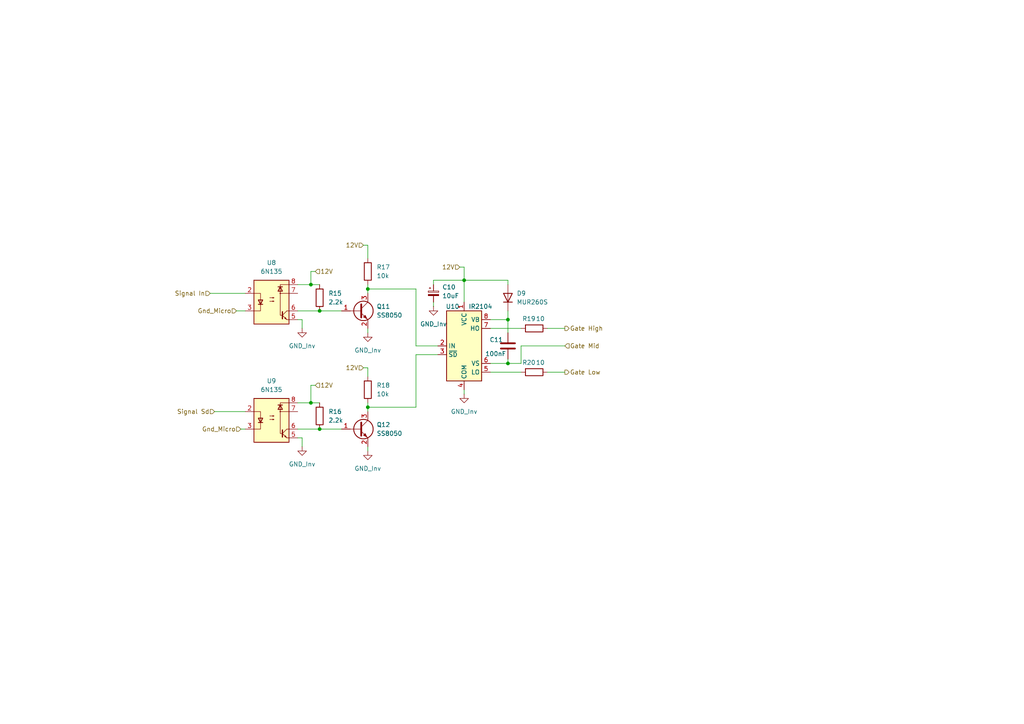
<source format=kicad_sch>
(kicad_sch
	(version 20250114)
	(generator "eeschema")
	(generator_version "9.0")
	(uuid "09419233-41f8-458a-9362-d8a2556ed016")
	(paper "A4")
	(lib_symbols
		(symbol "Device:C"
			(pin_numbers
				(hide yes)
			)
			(pin_names
				(offset 0.254)
			)
			(exclude_from_sim no)
			(in_bom yes)
			(on_board yes)
			(property "Reference" "C"
				(at 0.635 2.54 0)
				(effects
					(font
						(size 1.27 1.27)
					)
					(justify left)
				)
			)
			(property "Value" "C"
				(at 0.635 -2.54 0)
				(effects
					(font
						(size 1.27 1.27)
					)
					(justify left)
				)
			)
			(property "Footprint" ""
				(at 0.9652 -3.81 0)
				(effects
					(font
						(size 1.27 1.27)
					)
					(hide yes)
				)
			)
			(property "Datasheet" "~"
				(at 0 0 0)
				(effects
					(font
						(size 1.27 1.27)
					)
					(hide yes)
				)
			)
			(property "Description" "Unpolarized capacitor"
				(at 0 0 0)
				(effects
					(font
						(size 1.27 1.27)
					)
					(hide yes)
				)
			)
			(property "ki_keywords" "cap capacitor"
				(at 0 0 0)
				(effects
					(font
						(size 1.27 1.27)
					)
					(hide yes)
				)
			)
			(property "ki_fp_filters" "C_*"
				(at 0 0 0)
				(effects
					(font
						(size 1.27 1.27)
					)
					(hide yes)
				)
			)
			(symbol "C_0_1"
				(polyline
					(pts
						(xy -2.032 0.762) (xy 2.032 0.762)
					)
					(stroke
						(width 0.508)
						(type default)
					)
					(fill
						(type none)
					)
				)
				(polyline
					(pts
						(xy -2.032 -0.762) (xy 2.032 -0.762)
					)
					(stroke
						(width 0.508)
						(type default)
					)
					(fill
						(type none)
					)
				)
			)
			(symbol "C_1_1"
				(pin passive line
					(at 0 3.81 270)
					(length 2.794)
					(name "~"
						(effects
							(font
								(size 1.27 1.27)
							)
						)
					)
					(number "1"
						(effects
							(font
								(size 1.27 1.27)
							)
						)
					)
				)
				(pin passive line
					(at 0 -3.81 90)
					(length 2.794)
					(name "~"
						(effects
							(font
								(size 1.27 1.27)
							)
						)
					)
					(number "2"
						(effects
							(font
								(size 1.27 1.27)
							)
						)
					)
				)
			)
			(embedded_fonts no)
		)
		(symbol "Device:C_Polarized_Small"
			(pin_numbers
				(hide yes)
			)
			(pin_names
				(offset 0.254)
				(hide yes)
			)
			(exclude_from_sim no)
			(in_bom yes)
			(on_board yes)
			(property "Reference" "C"
				(at 0.254 1.778 0)
				(effects
					(font
						(size 1.27 1.27)
					)
					(justify left)
				)
			)
			(property "Value" "C_Polarized_Small"
				(at 0.254 -2.032 0)
				(effects
					(font
						(size 1.27 1.27)
					)
					(justify left)
				)
			)
			(property "Footprint" ""
				(at 0 0 0)
				(effects
					(font
						(size 1.27 1.27)
					)
					(hide yes)
				)
			)
			(property "Datasheet" "~"
				(at 0 0 0)
				(effects
					(font
						(size 1.27 1.27)
					)
					(hide yes)
				)
			)
			(property "Description" "Polarized capacitor, small symbol"
				(at 0 0 0)
				(effects
					(font
						(size 1.27 1.27)
					)
					(hide yes)
				)
			)
			(property "ki_keywords" "cap capacitor"
				(at 0 0 0)
				(effects
					(font
						(size 1.27 1.27)
					)
					(hide yes)
				)
			)
			(property "ki_fp_filters" "CP_*"
				(at 0 0 0)
				(effects
					(font
						(size 1.27 1.27)
					)
					(hide yes)
				)
			)
			(symbol "C_Polarized_Small_0_1"
				(rectangle
					(start -1.524 0.6858)
					(end 1.524 0.3048)
					(stroke
						(width 0)
						(type default)
					)
					(fill
						(type none)
					)
				)
				(rectangle
					(start -1.524 -0.3048)
					(end 1.524 -0.6858)
					(stroke
						(width 0)
						(type default)
					)
					(fill
						(type outline)
					)
				)
				(polyline
					(pts
						(xy -1.27 1.524) (xy -0.762 1.524)
					)
					(stroke
						(width 0)
						(type default)
					)
					(fill
						(type none)
					)
				)
				(polyline
					(pts
						(xy -1.016 1.27) (xy -1.016 1.778)
					)
					(stroke
						(width 0)
						(type default)
					)
					(fill
						(type none)
					)
				)
			)
			(symbol "C_Polarized_Small_1_1"
				(pin passive line
					(at 0 2.54 270)
					(length 1.8542)
					(name "~"
						(effects
							(font
								(size 1.27 1.27)
							)
						)
					)
					(number "1"
						(effects
							(font
								(size 1.27 1.27)
							)
						)
					)
				)
				(pin passive line
					(at 0 -2.54 90)
					(length 1.8542)
					(name "~"
						(effects
							(font
								(size 1.27 1.27)
							)
						)
					)
					(number "2"
						(effects
							(font
								(size 1.27 1.27)
							)
						)
					)
				)
			)
			(embedded_fonts no)
		)
		(symbol "Device:R"
			(pin_numbers
				(hide yes)
			)
			(pin_names
				(offset 0)
			)
			(exclude_from_sim no)
			(in_bom yes)
			(on_board yes)
			(property "Reference" "R"
				(at 2.032 0 90)
				(effects
					(font
						(size 1.27 1.27)
					)
				)
			)
			(property "Value" "R"
				(at 0 0 90)
				(effects
					(font
						(size 1.27 1.27)
					)
				)
			)
			(property "Footprint" ""
				(at -1.778 0 90)
				(effects
					(font
						(size 1.27 1.27)
					)
					(hide yes)
				)
			)
			(property "Datasheet" "~"
				(at 0 0 0)
				(effects
					(font
						(size 1.27 1.27)
					)
					(hide yes)
				)
			)
			(property "Description" "Resistor"
				(at 0 0 0)
				(effects
					(font
						(size 1.27 1.27)
					)
					(hide yes)
				)
			)
			(property "ki_keywords" "R res resistor"
				(at 0 0 0)
				(effects
					(font
						(size 1.27 1.27)
					)
					(hide yes)
				)
			)
			(property "ki_fp_filters" "R_*"
				(at 0 0 0)
				(effects
					(font
						(size 1.27 1.27)
					)
					(hide yes)
				)
			)
			(symbol "R_0_1"
				(rectangle
					(start -1.016 -2.54)
					(end 1.016 2.54)
					(stroke
						(width 0.254)
						(type default)
					)
					(fill
						(type none)
					)
				)
			)
			(symbol "R_1_1"
				(pin passive line
					(at 0 3.81 270)
					(length 1.27)
					(name "~"
						(effects
							(font
								(size 1.27 1.27)
							)
						)
					)
					(number "1"
						(effects
							(font
								(size 1.27 1.27)
							)
						)
					)
				)
				(pin passive line
					(at 0 -3.81 90)
					(length 1.27)
					(name "~"
						(effects
							(font
								(size 1.27 1.27)
							)
						)
					)
					(number "2"
						(effects
							(font
								(size 1.27 1.27)
							)
						)
					)
				)
			)
			(embedded_fonts no)
		)
		(symbol "Diode:1N4148WT"
			(pin_numbers
				(hide yes)
			)
			(pin_names
				(hide yes)
			)
			(exclude_from_sim no)
			(in_bom yes)
			(on_board yes)
			(property "Reference" "D"
				(at 0 2.54 0)
				(effects
					(font
						(size 1.27 1.27)
					)
				)
			)
			(property "Value" "1N4148WT"
				(at 0 -2.54 0)
				(effects
					(font
						(size 1.27 1.27)
					)
				)
			)
			(property "Footprint" "Diode_SMD:D_SOD-523"
				(at 0 -4.445 0)
				(effects
					(font
						(size 1.27 1.27)
					)
					(hide yes)
				)
			)
			(property "Datasheet" "https://www.diodes.com/assets/Datasheets/ds30396.pdf"
				(at 0 0 0)
				(effects
					(font
						(size 1.27 1.27)
					)
					(hide yes)
				)
			)
			(property "Description" "75V 0.15A Fast switching Diode, SOD-523"
				(at 0 0 0)
				(effects
					(font
						(size 1.27 1.27)
					)
					(hide yes)
				)
			)
			(property "Sim.Device" "D"
				(at 0 0 0)
				(effects
					(font
						(size 1.27 1.27)
					)
					(hide yes)
				)
			)
			(property "Sim.Pins" "1=K 2=A"
				(at 0 0 0)
				(effects
					(font
						(size 1.27 1.27)
					)
					(hide yes)
				)
			)
			(property "ki_keywords" "diode"
				(at 0 0 0)
				(effects
					(font
						(size 1.27 1.27)
					)
					(hide yes)
				)
			)
			(property "ki_fp_filters" "D*SOD?523*"
				(at 0 0 0)
				(effects
					(font
						(size 1.27 1.27)
					)
					(hide yes)
				)
			)
			(symbol "1N4148WT_0_1"
				(polyline
					(pts
						(xy -1.27 1.27) (xy -1.27 -1.27)
					)
					(stroke
						(width 0.254)
						(type default)
					)
					(fill
						(type none)
					)
				)
				(polyline
					(pts
						(xy 1.27 1.27) (xy 1.27 -1.27) (xy -1.27 0) (xy 1.27 1.27)
					)
					(stroke
						(width 0.254)
						(type default)
					)
					(fill
						(type none)
					)
				)
				(polyline
					(pts
						(xy 1.27 0) (xy -1.27 0)
					)
					(stroke
						(width 0)
						(type default)
					)
					(fill
						(type none)
					)
				)
			)
			(symbol "1N4148WT_1_1"
				(pin passive line
					(at -3.81 0 0)
					(length 2.54)
					(name "K"
						(effects
							(font
								(size 1.27 1.27)
							)
						)
					)
					(number "1"
						(effects
							(font
								(size 1.27 1.27)
							)
						)
					)
				)
				(pin passive line
					(at 3.81 0 180)
					(length 2.54)
					(name "A"
						(effects
							(font
								(size 1.27 1.27)
							)
						)
					)
					(number "2"
						(effects
							(font
								(size 1.27 1.27)
							)
						)
					)
				)
			)
			(embedded_fonts no)
		)
		(symbol "Driver_FET:IR2104"
			(exclude_from_sim no)
			(in_bom yes)
			(on_board yes)
			(property "Reference" "U"
				(at 1.27 13.335 0)
				(effects
					(font
						(size 1.27 1.27)
					)
					(justify left)
				)
			)
			(property "Value" "IR2104"
				(at 1.27 11.43 0)
				(effects
					(font
						(size 1.27 1.27)
					)
					(justify left)
				)
			)
			(property "Footprint" ""
				(at 0 0 0)
				(effects
					(font
						(size 1.27 1.27)
						(italic yes)
					)
					(hide yes)
				)
			)
			(property "Datasheet" "https://www.infineon.com/dgdl/ir2104.pdf?fileId=5546d462533600a4015355c7c1c31671"
				(at 0 0 0)
				(effects
					(font
						(size 1.27 1.27)
					)
					(hide yes)
				)
			)
			(property "Description" "Half-Bridge Driver, 600V, 210/360mA, PDIP-8/SOIC-8"
				(at 0 0 0)
				(effects
					(font
						(size 1.27 1.27)
					)
					(hide yes)
				)
			)
			(property "ki_keywords" "Gate Driver"
				(at 0 0 0)
				(effects
					(font
						(size 1.27 1.27)
					)
					(hide yes)
				)
			)
			(property "ki_fp_filters" "SOIC*3.9x4.9mm*P1.27mm* DIP*W7.62mm*"
				(at 0 0 0)
				(effects
					(font
						(size 1.27 1.27)
					)
					(hide yes)
				)
			)
			(symbol "IR2104_0_1"
				(rectangle
					(start -5.08 -10.16)
					(end 5.08 10.16)
					(stroke
						(width 0.254)
						(type default)
					)
					(fill
						(type background)
					)
				)
			)
			(symbol "IR2104_1_1"
				(pin input line
					(at -7.62 0 0)
					(length 2.54)
					(name "IN"
						(effects
							(font
								(size 1.27 1.27)
							)
						)
					)
					(number "2"
						(effects
							(font
								(size 1.27 1.27)
							)
						)
					)
				)
				(pin input line
					(at -7.62 -2.54 0)
					(length 2.54)
					(name "~{SD}"
						(effects
							(font
								(size 1.27 1.27)
							)
						)
					)
					(number "3"
						(effects
							(font
								(size 1.27 1.27)
							)
						)
					)
				)
				(pin power_in line
					(at 0 12.7 270)
					(length 2.54)
					(name "VCC"
						(effects
							(font
								(size 1.27 1.27)
							)
						)
					)
					(number "1"
						(effects
							(font
								(size 1.27 1.27)
							)
						)
					)
				)
				(pin power_in line
					(at 0 -12.7 90)
					(length 2.54)
					(name "COM"
						(effects
							(font
								(size 1.27 1.27)
							)
						)
					)
					(number "4"
						(effects
							(font
								(size 1.27 1.27)
							)
						)
					)
				)
				(pin passive line
					(at 7.62 7.62 180)
					(length 2.54)
					(name "VB"
						(effects
							(font
								(size 1.27 1.27)
							)
						)
					)
					(number "8"
						(effects
							(font
								(size 1.27 1.27)
							)
						)
					)
				)
				(pin output line
					(at 7.62 5.08 180)
					(length 2.54)
					(name "HO"
						(effects
							(font
								(size 1.27 1.27)
							)
						)
					)
					(number "7"
						(effects
							(font
								(size 1.27 1.27)
							)
						)
					)
				)
				(pin passive line
					(at 7.62 -5.08 180)
					(length 2.54)
					(name "VS"
						(effects
							(font
								(size 1.27 1.27)
							)
						)
					)
					(number "6"
						(effects
							(font
								(size 1.27 1.27)
							)
						)
					)
				)
				(pin output line
					(at 7.62 -7.62 180)
					(length 2.54)
					(name "LO"
						(effects
							(font
								(size 1.27 1.27)
							)
						)
					)
					(number "5"
						(effects
							(font
								(size 1.27 1.27)
							)
						)
					)
				)
			)
			(embedded_fonts no)
		)
		(symbol "Isolator:6N135"
			(pin_names
				(offset 1.016)
			)
			(exclude_from_sim no)
			(in_bom yes)
			(on_board yes)
			(property "Reference" "U"
				(at -5.08 7.62 0)
				(effects
					(font
						(size 1.27 1.27)
					)
					(justify left)
				)
			)
			(property "Value" "6N135"
				(at 0 7.62 0)
				(effects
					(font
						(size 1.27 1.27)
					)
					(justify left)
				)
			)
			(property "Footprint" "Package_DIP:DIP-8_W7.62mm"
				(at -5.08 -7.62 0)
				(effects
					(font
						(size 1.27 1.27)
						(italic yes)
					)
					(justify left)
					(hide yes)
				)
			)
			(property "Datasheet" "https://optoelectronics.liteon.com/upload/download/DS70-2008-0032/6N135-L%206N136-L%20series.pdf"
				(at 0 0 0)
				(effects
					(font
						(size 1.27 1.27)
					)
					(justify left)
					(hide yes)
				)
			)
			(property "Description" "High Speed Optocoupler, TTL Compatible, CTR 18%, DIP8"
				(at 0 0 0)
				(effects
					(font
						(size 1.27 1.27)
					)
					(hide yes)
				)
			)
			(property "ki_keywords" "High Speed Optocoupler"
				(at 0 0 0)
				(effects
					(font
						(size 1.27 1.27)
					)
					(hide yes)
				)
			)
			(property "ki_fp_filters" "DIP*W7.62mm*"
				(at 0 0 0)
				(effects
					(font
						(size 1.27 1.27)
					)
					(hide yes)
				)
			)
			(symbol "6N135_0_1"
				(rectangle
					(start -5.08 6.35)
					(end 5.08 -6.35)
					(stroke
						(width 0.254)
						(type default)
					)
					(fill
						(type background)
					)
				)
				(polyline
					(pts
						(xy -5.08 2.54) (xy -3.175 2.54) (xy -3.175 -2.54) (xy -5.08 -2.54)
					)
					(stroke
						(width 0)
						(type default)
					)
					(fill
						(type none)
					)
				)
				(polyline
					(pts
						(xy -3.81 -0.635) (xy -2.54 -0.635)
					)
					(stroke
						(width 0.254)
						(type default)
					)
					(fill
						(type none)
					)
				)
				(polyline
					(pts
						(xy -3.175 -0.635) (xy -3.81 0.635) (xy -2.54 0.635) (xy -3.175 -0.635)
					)
					(stroke
						(width 0.254)
						(type default)
					)
					(fill
						(type none)
					)
				)
				(polyline
					(pts
						(xy -0.508 1.27) (xy 0.762 1.27) (xy 0.381 1.143) (xy 0.381 1.397) (xy 0.762 1.27)
					)
					(stroke
						(width 0)
						(type default)
					)
					(fill
						(type none)
					)
				)
				(polyline
					(pts
						(xy -0.508 0.254) (xy 0.762 0.254) (xy 0.381 0.127) (xy 0.381 0.381) (xy 0.762 0.254)
					)
					(stroke
						(width 0)
						(type default)
					)
					(fill
						(type none)
					)
				)
				(polyline
					(pts
						(xy 1.905 4.445) (xy 3.175 4.445)
					)
					(stroke
						(width 0.254)
						(type default)
					)
					(fill
						(type none)
					)
				)
				(polyline
					(pts
						(xy 2.54 4.445) (xy 1.905 3.175) (xy 3.175 3.175) (xy 2.54 4.445)
					)
					(stroke
						(width 0.254)
						(type default)
					)
					(fill
						(type none)
					)
				)
				(circle
					(center 2.54 2.54)
					(radius 0.127)
					(stroke
						(width 0)
						(type default)
					)
					(fill
						(type none)
					)
				)
				(polyline
					(pts
						(xy 3.175 -2.794) (xy 3.175 -4.826)
					)
					(stroke
						(width 0.3556)
						(type default)
					)
					(fill
						(type none)
					)
				)
				(polyline
					(pts
						(xy 3.302 -3.683) (xy 4.445 -2.54)
					)
					(stroke
						(width 0)
						(type default)
					)
					(fill
						(type none)
					)
				)
				(polyline
					(pts
						(xy 3.302 -3.937) (xy 4.445 -5.08)
					)
					(stroke
						(width 0)
						(type default)
					)
					(fill
						(type none)
					)
				)
				(polyline
					(pts
						(xy 4.318 -4.953) (xy 4.064 -4.445) (xy 3.81 -4.699) (xy 4.318 -4.953)
					)
					(stroke
						(width 0)
						(type default)
					)
					(fill
						(type none)
					)
				)
				(polyline
					(pts
						(xy 5.08 5.08) (xy 2.54 5.08) (xy 2.54 -3.81) (xy 3.175 -3.81)
					)
					(stroke
						(width 0)
						(type default)
					)
					(fill
						(type none)
					)
				)
				(polyline
					(pts
						(xy 5.08 2.54) (xy 2.54 2.54)
					)
					(stroke
						(width 0)
						(type default)
					)
					(fill
						(type none)
					)
				)
				(polyline
					(pts
						(xy 5.08 -2.54) (xy 4.445 -2.54)
					)
					(stroke
						(width 0)
						(type default)
					)
					(fill
						(type none)
					)
				)
				(polyline
					(pts
						(xy 5.08 -5.08) (xy 4.445 -5.08)
					)
					(stroke
						(width 0)
						(type default)
					)
					(fill
						(type none)
					)
				)
			)
			(symbol "6N135_1_1"
				(pin passive line
					(at -7.62 2.54 0)
					(length 2.54)
					(name "~"
						(effects
							(font
								(size 1.27 1.27)
							)
						)
					)
					(number "2"
						(effects
							(font
								(size 1.27 1.27)
							)
						)
					)
				)
				(pin passive line
					(at -7.62 -2.54 0)
					(length 2.54)
					(name "~"
						(effects
							(font
								(size 1.27 1.27)
							)
						)
					)
					(number "3"
						(effects
							(font
								(size 1.27 1.27)
							)
						)
					)
				)
				(pin no_connect line
					(at -5.08 5.08 0)
					(length 2.54)
					(hide yes)
					(name "NC"
						(effects
							(font
								(size 1.27 1.27)
							)
						)
					)
					(number "1"
						(effects
							(font
								(size 1.27 1.27)
							)
						)
					)
				)
				(pin no_connect line
					(at -5.08 -5.08 0)
					(length 2.54)
					(hide yes)
					(name "NC"
						(effects
							(font
								(size 1.27 1.27)
							)
						)
					)
					(number "4"
						(effects
							(font
								(size 1.27 1.27)
							)
						)
					)
				)
				(pin passive line
					(at 7.62 5.08 180)
					(length 2.54)
					(name "~"
						(effects
							(font
								(size 1.27 1.27)
							)
						)
					)
					(number "8"
						(effects
							(font
								(size 1.27 1.27)
							)
						)
					)
				)
				(pin passive line
					(at 7.62 2.54 180)
					(length 2.54)
					(name "~"
						(effects
							(font
								(size 1.27 1.27)
							)
						)
					)
					(number "7"
						(effects
							(font
								(size 1.27 1.27)
							)
						)
					)
				)
				(pin passive line
					(at 7.62 -2.54 180)
					(length 2.54)
					(name "~"
						(effects
							(font
								(size 1.27 1.27)
							)
						)
					)
					(number "6"
						(effects
							(font
								(size 1.27 1.27)
							)
						)
					)
				)
				(pin passive line
					(at 7.62 -5.08 180)
					(length 2.54)
					(name "~"
						(effects
							(font
								(size 1.27 1.27)
							)
						)
					)
					(number "5"
						(effects
							(font
								(size 1.27 1.27)
							)
						)
					)
				)
			)
			(embedded_fonts no)
		)
		(symbol "Transistor_BJT:SS8050"
			(pin_names
				(offset 0)
				(hide yes)
			)
			(exclude_from_sim no)
			(in_bom yes)
			(on_board yes)
			(property "Reference" "Q"
				(at 5.08 1.905 0)
				(effects
					(font
						(size 1.27 1.27)
					)
					(justify left)
				)
			)
			(property "Value" "SS8050"
				(at 5.08 0 0)
				(effects
					(font
						(size 1.27 1.27)
					)
					(justify left)
				)
			)
			(property "Footprint" "Package_TO_SOT_SMD:SOT-23"
				(at 5.08 -7.366 0)
				(effects
					(font
						(size 1.27 1.27)
						(italic yes)
					)
					(justify left)
					(hide yes)
				)
			)
			(property "Datasheet" "http://www.secosgmbh.com/datasheet/products/SSMPTransistor/SOT-23/SS8050.pdf"
				(at 5.08 -4.826 0)
				(effects
					(font
						(size 1.27 1.27)
					)
					(justify left)
					(hide yes)
				)
			)
			(property "Description" "General Purpose NPN Transistor, 1.5A Ic, 25V Vce, SOT-23"
				(at 34.036 -2.286 0)
				(effects
					(font
						(size 1.27 1.27)
					)
					(hide yes)
				)
			)
			(property "ki_keywords" "SS8050 NPN Transistor"
				(at 0 0 0)
				(effects
					(font
						(size 1.27 1.27)
					)
					(hide yes)
				)
			)
			(property "ki_fp_filters" "SOT?23*"
				(at 0 0 0)
				(effects
					(font
						(size 1.27 1.27)
					)
					(hide yes)
				)
			)
			(symbol "SS8050_0_1"
				(polyline
					(pts
						(xy -2.54 0) (xy 0.635 0)
					)
					(stroke
						(width 0)
						(type default)
					)
					(fill
						(type none)
					)
				)
				(polyline
					(pts
						(xy 0.635 1.905) (xy 0.635 -1.905)
					)
					(stroke
						(width 0.508)
						(type default)
					)
					(fill
						(type none)
					)
				)
				(circle
					(center 1.27 0)
					(radius 2.8194)
					(stroke
						(width 0.254)
						(type default)
					)
					(fill
						(type none)
					)
				)
			)
			(symbol "SS8050_1_1"
				(polyline
					(pts
						(xy 0.635 0.635) (xy 2.54 2.54)
					)
					(stroke
						(width 0)
						(type default)
					)
					(fill
						(type none)
					)
				)
				(polyline
					(pts
						(xy 0.635 -0.635) (xy 2.54 -2.54)
					)
					(stroke
						(width 0)
						(type default)
					)
					(fill
						(type none)
					)
				)
				(polyline
					(pts
						(xy 1.27 -1.778) (xy 1.778 -1.27) (xy 2.286 -2.286) (xy 1.27 -1.778)
					)
					(stroke
						(width 0)
						(type default)
					)
					(fill
						(type outline)
					)
				)
				(pin input line
					(at -5.08 0 0)
					(length 2.54)
					(name "B"
						(effects
							(font
								(size 1.27 1.27)
							)
						)
					)
					(number "1"
						(effects
							(font
								(size 1.27 1.27)
							)
						)
					)
				)
				(pin passive line
					(at 2.54 5.08 270)
					(length 2.54)
					(name "C"
						(effects
							(font
								(size 1.27 1.27)
							)
						)
					)
					(number "3"
						(effects
							(font
								(size 1.27 1.27)
							)
						)
					)
				)
				(pin passive line
					(at 2.54 -5.08 90)
					(length 2.54)
					(name "E"
						(effects
							(font
								(size 1.27 1.27)
							)
						)
					)
					(number "2"
						(effects
							(font
								(size 1.27 1.27)
							)
						)
					)
				)
			)
			(embedded_fonts no)
		)
		(symbol "power:GND"
			(power)
			(pin_numbers
				(hide yes)
			)
			(pin_names
				(offset 0)
				(hide yes)
			)
			(exclude_from_sim no)
			(in_bom yes)
			(on_board yes)
			(property "Reference" "#PWR"
				(at 0 -6.35 0)
				(effects
					(font
						(size 1.27 1.27)
					)
					(hide yes)
				)
			)
			(property "Value" "GND"
				(at 0 -3.81 0)
				(effects
					(font
						(size 1.27 1.27)
					)
				)
			)
			(property "Footprint" ""
				(at 0 0 0)
				(effects
					(font
						(size 1.27 1.27)
					)
					(hide yes)
				)
			)
			(property "Datasheet" ""
				(at 0 0 0)
				(effects
					(font
						(size 1.27 1.27)
					)
					(hide yes)
				)
			)
			(property "Description" "Power symbol creates a global label with name \"GND\" , ground"
				(at 0 0 0)
				(effects
					(font
						(size 1.27 1.27)
					)
					(hide yes)
				)
			)
			(property "ki_keywords" "global power"
				(at 0 0 0)
				(effects
					(font
						(size 1.27 1.27)
					)
					(hide yes)
				)
			)
			(symbol "GND_0_1"
				(polyline
					(pts
						(xy 0 0) (xy 0 -1.27) (xy 1.27 -1.27) (xy 0 -2.54) (xy -1.27 -1.27) (xy 0 -1.27)
					)
					(stroke
						(width 0)
						(type default)
					)
					(fill
						(type none)
					)
				)
			)
			(symbol "GND_1_1"
				(pin power_in line
					(at 0 0 270)
					(length 0)
					(name "~"
						(effects
							(font
								(size 1.27 1.27)
							)
						)
					)
					(number "1"
						(effects
							(font
								(size 1.27 1.27)
							)
						)
					)
				)
			)
			(embedded_fonts no)
		)
	)
	(junction
		(at 147.32 92.71)
		(diameter 0)
		(color 0 0 0 0)
		(uuid "0d3f7d3b-2114-4ed3-84c8-8c6553fcdee4")
	)
	(junction
		(at 134.62 81.28)
		(diameter 0)
		(color 0 0 0 0)
		(uuid "234678cf-04d4-4971-8f57-e38a7ff44c46")
	)
	(junction
		(at 106.68 83.82)
		(diameter 0)
		(color 0 0 0 0)
		(uuid "4289e545-cf9a-4522-b90a-77d9122ea9a6")
	)
	(junction
		(at 90.17 116.84)
		(diameter 0)
		(color 0 0 0 0)
		(uuid "5542c1f0-9296-45c9-bac6-df9dccc5f42f")
	)
	(junction
		(at 90.17 82.55)
		(diameter 0)
		(color 0 0 0 0)
		(uuid "5557e443-f6f5-498a-8259-a3c33b2719e9")
	)
	(junction
		(at 92.71 90.17)
		(diameter 0)
		(color 0 0 0 0)
		(uuid "68c02a5e-73e1-402d-bba7-fe286e7841db")
	)
	(junction
		(at 92.71 124.46)
		(diameter 0)
		(color 0 0 0 0)
		(uuid "d72c064c-656f-4ce5-b6e6-8959235224be")
	)
	(junction
		(at 147.32 105.41)
		(diameter 0)
		(color 0 0 0 0)
		(uuid "db1466f7-f9ab-4efc-93aa-bad37804b89a")
	)
	(junction
		(at 106.68 118.11)
		(diameter 0)
		(color 0 0 0 0)
		(uuid "f6f55b17-7012-4857-8228-25369dfefeda")
	)
	(wire
		(pts
			(xy 86.36 92.71) (xy 87.63 92.71)
		)
		(stroke
			(width 0)
			(type default)
		)
		(uuid "02a07aa7-9626-43c8-8e5f-e201052fa47d")
	)
	(wire
		(pts
			(xy 90.17 82.55) (xy 92.71 82.55)
		)
		(stroke
			(width 0)
			(type default)
		)
		(uuid "037671fb-9970-4831-93ed-39b63c8ff97e")
	)
	(wire
		(pts
			(xy 120.65 83.82) (xy 120.65 100.33)
		)
		(stroke
			(width 0)
			(type default)
		)
		(uuid "04db7115-7326-4e80-8f5e-aec8c79ad2a1")
	)
	(wire
		(pts
			(xy 134.62 114.3) (xy 134.62 113.03)
		)
		(stroke
			(width 0)
			(type default)
		)
		(uuid "07f579b8-6147-4a00-a8ef-2b84b32d165c")
	)
	(wire
		(pts
			(xy 68.58 90.17) (xy 71.12 90.17)
		)
		(stroke
			(width 0)
			(type default)
		)
		(uuid "09882e29-4139-4d29-9f60-d420a224cdaa")
	)
	(wire
		(pts
			(xy 158.75 95.25) (xy 163.83 95.25)
		)
		(stroke
			(width 0)
			(type default)
		)
		(uuid "0f811260-04e6-4400-83bb-8afff315e651")
	)
	(wire
		(pts
			(xy 106.68 83.82) (xy 120.65 83.82)
		)
		(stroke
			(width 0)
			(type default)
		)
		(uuid "117771a1-c5cd-46c8-95f9-061eb4393c77")
	)
	(wire
		(pts
			(xy 120.65 100.33) (xy 127 100.33)
		)
		(stroke
			(width 0)
			(type default)
		)
		(uuid "1755f28f-9c2b-4176-9cbd-6a24a44b15fd")
	)
	(wire
		(pts
			(xy 147.32 92.71) (xy 147.32 96.52)
		)
		(stroke
			(width 0)
			(type default)
		)
		(uuid "2298afac-abb8-41b7-9993-f68feb1c4f9d")
	)
	(wire
		(pts
			(xy 60.96 85.09) (xy 71.12 85.09)
		)
		(stroke
			(width 0)
			(type default)
		)
		(uuid "2616021f-e7bd-4e0f-ae43-52291a6c0162")
	)
	(wire
		(pts
			(xy 147.32 105.41) (xy 151.13 105.41)
		)
		(stroke
			(width 0)
			(type default)
		)
		(uuid "2a5f08ae-8e14-4a40-b8c9-871ca8c67779")
	)
	(wire
		(pts
			(xy 142.24 107.95) (xy 151.13 107.95)
		)
		(stroke
			(width 0)
			(type default)
		)
		(uuid "2bed2c55-483c-4724-9f91-c64ed18dde43")
	)
	(wire
		(pts
			(xy 106.68 130.81) (xy 106.68 129.54)
		)
		(stroke
			(width 0)
			(type default)
		)
		(uuid "2f05d476-0841-4313-8136-b0ce24c23731")
	)
	(wire
		(pts
			(xy 106.68 83.82) (xy 106.68 85.09)
		)
		(stroke
			(width 0)
			(type default)
		)
		(uuid "30c4e607-9f2f-4f3d-9bfc-e3f68eb6c339")
	)
	(wire
		(pts
			(xy 106.68 96.52) (xy 106.68 95.25)
		)
		(stroke
			(width 0)
			(type default)
		)
		(uuid "332c2a03-9014-40b8-997b-d00a806941c9")
	)
	(wire
		(pts
			(xy 120.65 102.87) (xy 120.65 118.11)
		)
		(stroke
			(width 0)
			(type default)
		)
		(uuid "35292a50-d11d-42a7-b703-716575022755")
	)
	(wire
		(pts
			(xy 86.36 82.55) (xy 90.17 82.55)
		)
		(stroke
			(width 0)
			(type default)
		)
		(uuid "38818a70-4ac6-4fa2-a125-621c5fa0f309")
	)
	(wire
		(pts
			(xy 142.24 95.25) (xy 151.13 95.25)
		)
		(stroke
			(width 0)
			(type default)
		)
		(uuid "3c4b2992-e86c-4bed-b7a4-12a2a2eb2606")
	)
	(wire
		(pts
			(xy 90.17 116.84) (xy 92.71 116.84)
		)
		(stroke
			(width 0)
			(type default)
		)
		(uuid "403b5479-d3a1-467d-9439-fa565043ae0c")
	)
	(wire
		(pts
			(xy 125.73 81.28) (xy 134.62 81.28)
		)
		(stroke
			(width 0)
			(type default)
		)
		(uuid "40a5224a-0059-4504-8ed4-9fa290173c75")
	)
	(wire
		(pts
			(xy 106.68 71.12) (xy 105.41 71.12)
		)
		(stroke
			(width 0)
			(type default)
		)
		(uuid "446c8728-e535-47bc-9171-dfb1fb650e6c")
	)
	(wire
		(pts
			(xy 134.62 81.28) (xy 134.62 87.63)
		)
		(stroke
			(width 0)
			(type default)
		)
		(uuid "44df7c93-d068-4a6e-b191-9788319d12cc")
	)
	(wire
		(pts
			(xy 62.23 119.38) (xy 71.12 119.38)
		)
		(stroke
			(width 0)
			(type default)
		)
		(uuid "48c3c5a6-29ab-403e-87b2-d8a4a5c76554")
	)
	(wire
		(pts
			(xy 71.12 124.46) (xy 69.85 124.46)
		)
		(stroke
			(width 0)
			(type default)
		)
		(uuid "490ca669-4142-482a-9777-cff7b59efe16")
	)
	(wire
		(pts
			(xy 87.63 92.71) (xy 87.63 95.25)
		)
		(stroke
			(width 0)
			(type default)
		)
		(uuid "4d1c7da4-f4a5-4180-a0a8-257d5286eea1")
	)
	(wire
		(pts
			(xy 127 102.87) (xy 120.65 102.87)
		)
		(stroke
			(width 0)
			(type default)
		)
		(uuid "52a01b94-e041-4020-9ca8-e966f16989a5")
	)
	(wire
		(pts
			(xy 90.17 116.84) (xy 86.36 116.84)
		)
		(stroke
			(width 0)
			(type default)
		)
		(uuid "5dc48e75-9e53-4c85-9df0-ee32ef9b5405")
	)
	(wire
		(pts
			(xy 151.13 105.41) (xy 151.13 100.33)
		)
		(stroke
			(width 0)
			(type default)
		)
		(uuid "61bd03fc-bea4-4c3c-9a8b-1212664dfee4")
	)
	(wire
		(pts
			(xy 90.17 111.76) (xy 90.17 116.84)
		)
		(stroke
			(width 0)
			(type default)
		)
		(uuid "6a8984c2-9777-4470-b968-8050564425ac")
	)
	(wire
		(pts
			(xy 91.44 78.74) (xy 90.17 78.74)
		)
		(stroke
			(width 0)
			(type default)
		)
		(uuid "6b30a8ab-68a6-46e9-8c59-32fb20ef6b46")
	)
	(wire
		(pts
			(xy 134.62 77.47) (xy 134.62 81.28)
		)
		(stroke
			(width 0)
			(type default)
		)
		(uuid "6b8f5e89-b71a-4980-95b1-46eefb9a55cb")
	)
	(wire
		(pts
			(xy 86.36 127) (xy 87.63 127)
		)
		(stroke
			(width 0)
			(type default)
		)
		(uuid "7fdb510d-1f79-437b-a3c4-ae7e339b246e")
	)
	(wire
		(pts
			(xy 106.68 71.12) (xy 106.68 74.93)
		)
		(stroke
			(width 0)
			(type default)
		)
		(uuid "82e761ad-70a3-4921-b724-cd1879ad64ff")
	)
	(wire
		(pts
			(xy 134.62 77.47) (xy 133.35 77.47)
		)
		(stroke
			(width 0)
			(type default)
		)
		(uuid "83ba5b4a-b526-4e99-8c81-6fcaf27dc312")
	)
	(wire
		(pts
			(xy 125.73 82.55) (xy 125.73 81.28)
		)
		(stroke
			(width 0)
			(type default)
		)
		(uuid "8903305a-1953-4960-87c7-698b64010230")
	)
	(wire
		(pts
			(xy 158.75 107.95) (xy 163.83 107.95)
		)
		(stroke
			(width 0)
			(type default)
		)
		(uuid "8ffefaf9-3ee1-427a-acee-5c546e75579d")
	)
	(wire
		(pts
			(xy 92.71 124.46) (xy 99.06 124.46)
		)
		(stroke
			(width 0)
			(type default)
		)
		(uuid "952aa72d-0ff2-4303-9d71-0ce0201f035f")
	)
	(wire
		(pts
			(xy 147.32 104.14) (xy 147.32 105.41)
		)
		(stroke
			(width 0)
			(type default)
		)
		(uuid "a1febe85-d2f9-4df9-a401-dce74f59017e")
	)
	(wire
		(pts
			(xy 151.13 100.33) (xy 163.83 100.33)
		)
		(stroke
			(width 0)
			(type default)
		)
		(uuid "a971fc27-bdec-467f-ac57-939f992861a9")
	)
	(wire
		(pts
			(xy 90.17 78.74) (xy 90.17 82.55)
		)
		(stroke
			(width 0)
			(type default)
		)
		(uuid "ad0b2393-47ae-4466-a6c0-4135a01a419a")
	)
	(wire
		(pts
			(xy 120.65 118.11) (xy 106.68 118.11)
		)
		(stroke
			(width 0)
			(type default)
		)
		(uuid "b3bfff6a-0d5d-469b-9dda-3f9d8b391a03")
	)
	(wire
		(pts
			(xy 106.68 82.55) (xy 106.68 83.82)
		)
		(stroke
			(width 0)
			(type default)
		)
		(uuid "b454f589-8c26-4f7a-ab0e-f68f18458c84")
	)
	(wire
		(pts
			(xy 91.44 111.76) (xy 90.17 111.76)
		)
		(stroke
			(width 0)
			(type default)
		)
		(uuid "bbc86296-b1df-406b-ba2d-7c7ae9a1f41b")
	)
	(wire
		(pts
			(xy 87.63 127) (xy 87.63 129.54)
		)
		(stroke
			(width 0)
			(type default)
		)
		(uuid "c447d0ac-59fd-47be-b88f-2ce8c05b092f")
	)
	(wire
		(pts
			(xy 125.73 88.9) (xy 125.73 87.63)
		)
		(stroke
			(width 0)
			(type default)
		)
		(uuid "caa0e7bf-8531-4451-83ab-731e5870e9e5")
	)
	(wire
		(pts
			(xy 106.68 106.68) (xy 106.68 109.22)
		)
		(stroke
			(width 0)
			(type default)
		)
		(uuid "ce3b292a-12ab-44c8-9db8-fc894c944b04")
	)
	(wire
		(pts
			(xy 147.32 81.28) (xy 147.32 82.55)
		)
		(stroke
			(width 0)
			(type default)
		)
		(uuid "d73d542b-49ac-4a80-b550-f6891d9c67e0")
	)
	(wire
		(pts
			(xy 147.32 90.17) (xy 147.32 92.71)
		)
		(stroke
			(width 0)
			(type default)
		)
		(uuid "d7c55ce5-40db-4366-8b8a-6eadec0b319b")
	)
	(wire
		(pts
			(xy 106.68 118.11) (xy 106.68 119.38)
		)
		(stroke
			(width 0)
			(type default)
		)
		(uuid "d919bba5-49e1-4009-a56a-de32218baf89")
	)
	(wire
		(pts
			(xy 142.24 92.71) (xy 147.32 92.71)
		)
		(stroke
			(width 0)
			(type default)
		)
		(uuid "de7bd98b-9679-4f91-bbdd-bc0ddabd010d")
	)
	(wire
		(pts
			(xy 86.36 124.46) (xy 92.71 124.46)
		)
		(stroke
			(width 0)
			(type default)
		)
		(uuid "df532fa7-2524-4cde-999e-299acf0ac5d7")
	)
	(wire
		(pts
			(xy 134.62 81.28) (xy 147.32 81.28)
		)
		(stroke
			(width 0)
			(type default)
		)
		(uuid "e429bc32-99b4-4773-b47e-c35812101e71")
	)
	(wire
		(pts
			(xy 86.36 90.17) (xy 92.71 90.17)
		)
		(stroke
			(width 0)
			(type default)
		)
		(uuid "e8b2ca07-e27d-4a40-b29a-5c7378a80b38")
	)
	(wire
		(pts
			(xy 105.41 106.68) (xy 106.68 106.68)
		)
		(stroke
			(width 0)
			(type default)
		)
		(uuid "eb365b98-52f5-445e-9db1-dcc3c749409b")
	)
	(wire
		(pts
			(xy 142.24 105.41) (xy 147.32 105.41)
		)
		(stroke
			(width 0)
			(type default)
		)
		(uuid "ef1ff433-4919-4dc0-8299-051e787ecc86")
	)
	(wire
		(pts
			(xy 106.68 116.84) (xy 106.68 118.11)
		)
		(stroke
			(width 0)
			(type default)
		)
		(uuid "f353235d-fa00-4328-8517-5f9a2a15213e")
	)
	(wire
		(pts
			(xy 92.71 90.17) (xy 99.06 90.17)
		)
		(stroke
			(width 0)
			(type default)
		)
		(uuid "f8de98ba-916c-4ee7-93d2-6b3780f9e504")
	)
	(hierarchical_label "Gnd_Micro"
		(shape input)
		(at 68.58 90.17 180)
		(effects
			(font
				(size 1.27 1.27)
			)
			(justify right)
		)
		(uuid "021ee2e5-fddd-423e-af36-5bd3d9ab37b1")
	)
	(hierarchical_label "Signal Sd"
		(shape input)
		(at 62.23 119.38 180)
		(effects
			(font
				(size 1.27 1.27)
			)
			(justify right)
		)
		(uuid "188a3d79-e36b-4793-a82e-b4343ba07bf2")
	)
	(hierarchical_label "12V"
		(shape input)
		(at 105.41 71.12 180)
		(effects
			(font
				(size 1.27 1.27)
			)
			(justify right)
		)
		(uuid "1b988a2a-888d-48f6-84f2-ca88ce052389")
	)
	(hierarchical_label "12V"
		(shape input)
		(at 133.35 77.47 180)
		(effects
			(font
				(size 1.27 1.27)
			)
			(justify right)
		)
		(uuid "24ebb95f-7c0e-4af2-8e75-5fa9fd4b1337")
	)
	(hierarchical_label "Gate Low"
		(shape output)
		(at 163.83 107.95 0)
		(effects
			(font
				(size 1.27 1.27)
			)
			(justify left)
		)
		(uuid "27bd9d53-9495-4fe6-90cf-27aca7282b74")
	)
	(hierarchical_label "12V"
		(shape input)
		(at 91.44 78.74 0)
		(effects
			(font
				(size 1.27 1.27)
			)
			(justify left)
		)
		(uuid "359419e1-6d95-47f9-a159-cfc60c910d9a")
	)
	(hierarchical_label "12V"
		(shape input)
		(at 105.41 106.68 180)
		(effects
			(font
				(size 1.27 1.27)
			)
			(justify right)
		)
		(uuid "7ddff81f-6cad-4937-a8dd-4ce09249e6f9")
	)
	(hierarchical_label "Gate High"
		(shape output)
		(at 163.83 95.25 0)
		(effects
			(font
				(size 1.27 1.27)
			)
			(justify left)
		)
		(uuid "90bf7bfc-dc13-4cd2-9212-02e558bf795f")
	)
	(hierarchical_label "Signal In"
		(shape input)
		(at 60.96 85.09 180)
		(effects
			(font
				(size 1.27 1.27)
			)
			(justify right)
		)
		(uuid "d0e93e2d-9e1e-458a-8281-05304d3c0e19")
	)
	(hierarchical_label "12V"
		(shape input)
		(at 91.44 111.76 0)
		(effects
			(font
				(size 1.27 1.27)
			)
			(justify left)
		)
		(uuid "dd687d36-a110-4ed2-bd38-e1fc41dcf0a2")
	)
	(hierarchical_label "Gnd_Micro"
		(shape input)
		(at 69.85 124.46 180)
		(effects
			(font
				(size 1.27 1.27)
			)
			(justify right)
		)
		(uuid "e2b49ed6-c41f-4e4a-a32b-5bf2fcf7e1d7")
	)
	(hierarchical_label "Gate Mid"
		(shape input)
		(at 163.83 100.33 0)
		(effects
			(font
				(size 1.27 1.27)
			)
			(justify left)
		)
		(uuid "f1136ebc-0ff4-4491-9a3e-b2e8aaa71c51")
	)
	(symbol
		(lib_id "Device:R")
		(at 92.71 86.36 0)
		(unit 1)
		(exclude_from_sim no)
		(in_bom yes)
		(on_board yes)
		(dnp no)
		(fields_autoplaced yes)
		(uuid "0bb9bc94-522a-46df-8fd7-c63b3f21c88c")
		(property "Reference" "R3"
			(at 95.25 85.0899 0)
			(effects
				(font
					(size 1.27 1.27)
				)
				(justify left)
			)
		)
		(property "Value" "2.2k"
			(at 95.25 87.6299 0)
			(effects
				(font
					(size 1.27 1.27)
				)
				(justify left)
			)
		)
		(property "Footprint" "Resistor_SMD:R_0603_1608Metric_Pad0.98x0.95mm_HandSolder"
			(at 90.932 86.36 90)
			(effects
				(font
					(size 1.27 1.27)
				)
				(hide yes)
			)
		)
		(property "Datasheet" "~"
			(at 92.71 86.36 0)
			(effects
				(font
					(size 1.27 1.27)
				)
				(hide yes)
			)
		)
		(property "Description" "Resistor"
			(at 92.71 86.36 0)
			(effects
				(font
					(size 1.27 1.27)
				)
				(hide yes)
			)
		)
		(pin "1"
			(uuid "1519d6a9-612e-4663-91f2-9cf9a2e6e4da")
		)
		(pin "2"
			(uuid "68648812-88f2-4cd5-bca4-de47c2423dac")
		)
		(instances
			(project "VFD_V1"
				(path "/e60c11d9-ab9e-4760-a4a7-008fcec65a72/628f2f61-6f1b-4d29-a612-5c194d35f65c/2f964016-85af-47f1-9867-2cb7a80770d3"
					(reference "R15")
					(unit 1)
				)
				(path "/e60c11d9-ab9e-4760-a4a7-008fcec65a72/628f2f61-6f1b-4d29-a612-5c194d35f65c/34c61ed3-ecc5-4115-9542-7ec7a8a657d2"
					(reference "R3")
					(unit 1)
				)
				(path "/e60c11d9-ab9e-4760-a4a7-008fcec65a72/628f2f61-6f1b-4d29-a612-5c194d35f65c/545da1d2-e771-463e-8547-1dd82d3a849d"
					(reference "R9")
					(unit 1)
				)
			)
		)
	)
	(symbol
		(lib_id "power:GND")
		(at 106.68 96.52 0)
		(unit 1)
		(exclude_from_sim no)
		(in_bom yes)
		(on_board yes)
		(dnp no)
		(fields_autoplaced yes)
		(uuid "0e55f357-4238-4e9c-8fe8-bd66b9dfffb6")
		(property "Reference" "#PWR019"
			(at 106.68 102.87 0)
			(effects
				(font
					(size 1.27 1.27)
				)
				(hide yes)
			)
		)
		(property "Value" "GND_Inv"
			(at 106.68 101.6 0)
			(effects
				(font
					(size 1.27 1.27)
				)
			)
		)
		(property "Footprint" ""
			(at 106.68 96.52 0)
			(effects
				(font
					(size 1.27 1.27)
				)
				(hide yes)
			)
		)
		(property "Datasheet" ""
			(at 106.68 96.52 0)
			(effects
				(font
					(size 1.27 1.27)
				)
				(hide yes)
			)
		)
		(property "Description" "Power symbol creates a global label with name \"GND\" , ground"
			(at 106.68 96.52 0)
			(effects
				(font
					(size 1.27 1.27)
				)
				(hide yes)
			)
		)
		(pin "1"
			(uuid "ee1d489f-7e06-4f00-9fc7-37d19735278a")
		)
		(instances
			(project "VFD_V1"
				(path "/e60c11d9-ab9e-4760-a4a7-008fcec65a72/628f2f61-6f1b-4d29-a612-5c194d35f65c/2f964016-85af-47f1-9867-2cb7a80770d3"
					(reference "#PWR031")
					(unit 1)
				)
				(path "/e60c11d9-ab9e-4760-a4a7-008fcec65a72/628f2f61-6f1b-4d29-a612-5c194d35f65c/34c61ed3-ecc5-4115-9542-7ec7a8a657d2"
					(reference "#PWR019")
					(unit 1)
				)
				(path "/e60c11d9-ab9e-4760-a4a7-008fcec65a72/628f2f61-6f1b-4d29-a612-5c194d35f65c/545da1d2-e771-463e-8547-1dd82d3a849d"
					(reference "#PWR025")
					(unit 1)
				)
			)
		)
	)
	(symbol
		(lib_id "Device:R")
		(at 106.68 78.74 0)
		(unit 1)
		(exclude_from_sim no)
		(in_bom yes)
		(on_board yes)
		(dnp no)
		(fields_autoplaced yes)
		(uuid "16bac253-697b-493d-b9b4-7e0dce4faafc")
		(property "Reference" "R5"
			(at 109.22 77.4699 0)
			(effects
				(font
					(size 1.27 1.27)
				)
				(justify left)
			)
		)
		(property "Value" "10k"
			(at 109.22 80.0099 0)
			(effects
				(font
					(size 1.27 1.27)
				)
				(justify left)
			)
		)
		(property "Footprint" "Resistor_SMD:R_0603_1608Metric_Pad0.98x0.95mm_HandSolder"
			(at 104.902 78.74 90)
			(effects
				(font
					(size 1.27 1.27)
				)
				(hide yes)
			)
		)
		(property "Datasheet" "~"
			(at 106.68 78.74 0)
			(effects
				(font
					(size 1.27 1.27)
				)
				(hide yes)
			)
		)
		(property "Description" "Resistor"
			(at 106.68 78.74 0)
			(effects
				(font
					(size 1.27 1.27)
				)
				(hide yes)
			)
		)
		(pin "1"
			(uuid "028b2368-66c1-4b40-8bc6-a5c276647cec")
		)
		(pin "2"
			(uuid "adfe3b28-068b-4e08-b29b-7c73f68babac")
		)
		(instances
			(project "VFD_V1"
				(path "/e60c11d9-ab9e-4760-a4a7-008fcec65a72/628f2f61-6f1b-4d29-a612-5c194d35f65c/2f964016-85af-47f1-9867-2cb7a80770d3"
					(reference "R17")
					(unit 1)
				)
				(path "/e60c11d9-ab9e-4760-a4a7-008fcec65a72/628f2f61-6f1b-4d29-a612-5c194d35f65c/34c61ed3-ecc5-4115-9542-7ec7a8a657d2"
					(reference "R5")
					(unit 1)
				)
				(path "/e60c11d9-ab9e-4760-a4a7-008fcec65a72/628f2f61-6f1b-4d29-a612-5c194d35f65c/545da1d2-e771-463e-8547-1dd82d3a849d"
					(reference "R11")
					(unit 1)
				)
			)
		)
	)
	(symbol
		(lib_id "Isolator:6N135")
		(at 78.74 87.63 0)
		(unit 1)
		(exclude_from_sim no)
		(in_bom yes)
		(on_board yes)
		(dnp no)
		(fields_autoplaced yes)
		(uuid "1a4186e2-0d8d-434a-a51f-51a7e4f90170")
		(property "Reference" "U2"
			(at 78.74 76.2 0)
			(effects
				(font
					(size 1.27 1.27)
				)
			)
		)
		(property "Value" "6N135"
			(at 78.74 78.74 0)
			(effects
				(font
					(size 1.27 1.27)
				)
			)
		)
		(property "Footprint" "Package_SO:SOP-8_6.62x9.15mm_P2.54mm"
			(at 73.66 95.25 0)
			(effects
				(font
					(size 1.27 1.27)
					(italic yes)
				)
				(justify left)
				(hide yes)
			)
		)
		(property "Datasheet" "https://optoelectronics.liteon.com/upload/download/DS70-2008-0032/6N135-L%206N136-L%20series.pdf"
			(at 78.74 87.63 0)
			(effects
				(font
					(size 1.27 1.27)
				)
				(justify left)
				(hide yes)
			)
		)
		(property "Description" "High Speed Optocoupler, TTL Compatible, CTR 18%, DIP8"
			(at 78.74 87.63 0)
			(effects
				(font
					(size 1.27 1.27)
				)
				(hide yes)
			)
		)
		(pin "6"
			(uuid "a17880c6-a2c6-41cf-8ab5-a341469c6dc4")
		)
		(pin "2"
			(uuid "d376cb8b-ad78-4d0d-8059-59d4c82c0b1c")
		)
		(pin "4"
			(uuid "d4920757-2819-4ebb-ae95-bdec2f718dd6")
		)
		(pin "3"
			(uuid "02f6483c-3f7d-4aa3-a8e4-d525921cedef")
		)
		(pin "8"
			(uuid "5939c442-f824-4f6a-8348-ee289f74007f")
		)
		(pin "1"
			(uuid "17c487e4-82b0-4f5f-ae82-e4f46dc16998")
		)
		(pin "7"
			(uuid "0e108705-1919-491c-843b-58a5bedfe93f")
		)
		(pin "5"
			(uuid "3af52804-3a8b-4dfb-820b-6dd7b71b8701")
		)
		(instances
			(project "VFD_V1"
				(path "/e60c11d9-ab9e-4760-a4a7-008fcec65a72/628f2f61-6f1b-4d29-a612-5c194d35f65c/2f964016-85af-47f1-9867-2cb7a80770d3"
					(reference "U8")
					(unit 1)
				)
				(path "/e60c11d9-ab9e-4760-a4a7-008fcec65a72/628f2f61-6f1b-4d29-a612-5c194d35f65c/34c61ed3-ecc5-4115-9542-7ec7a8a657d2"
					(reference "U2")
					(unit 1)
				)
				(path "/e60c11d9-ab9e-4760-a4a7-008fcec65a72/628f2f61-6f1b-4d29-a612-5c194d35f65c/545da1d2-e771-463e-8547-1dd82d3a849d"
					(reference "U5")
					(unit 1)
				)
			)
		)
	)
	(symbol
		(lib_id "Transistor_BJT:SS8050")
		(at 104.14 90.17 0)
		(unit 1)
		(exclude_from_sim no)
		(in_bom yes)
		(on_board yes)
		(dnp no)
		(fields_autoplaced yes)
		(uuid "3a194d10-8518-41a4-a395-7cf6c1dab28e")
		(property "Reference" "Q7"
			(at 109.22 88.8999 0)
			(effects
				(font
					(size 1.27 1.27)
				)
				(justify left)
			)
		)
		(property "Value" "SS8050"
			(at 109.22 91.4399 0)
			(effects
				(font
					(size 1.27 1.27)
				)
				(justify left)
			)
		)
		(property "Footprint" "Package_TO_SOT_SMD:SOT-23"
			(at 109.22 97.536 0)
			(effects
				(font
					(size 1.27 1.27)
					(italic yes)
				)
				(justify left)
				(hide yes)
			)
		)
		(property "Datasheet" "http://www.secosgmbh.com/datasheet/products/SSMPTransistor/SOT-23/SS8050.pdf"
			(at 109.22 94.996 0)
			(effects
				(font
					(size 1.27 1.27)
				)
				(justify left)
				(hide yes)
			)
		)
		(property "Description" "General Purpose NPN Transistor, 1.5A Ic, 25V Vce, SOT-23"
			(at 138.176 92.456 0)
			(effects
				(font
					(size 1.27 1.27)
				)
				(hide yes)
			)
		)
		(pin "2"
			(uuid "3c527ee6-debe-4723-8bd6-97e55915bad9")
		)
		(pin "3"
			(uuid "06653f72-0dcb-424a-8873-115a2766ee79")
		)
		(pin "1"
			(uuid "598a9e7c-a574-45b3-9b5d-9971ccdeaf8e")
		)
		(instances
			(project "VFD_V1"
				(path "/e60c11d9-ab9e-4760-a4a7-008fcec65a72/628f2f61-6f1b-4d29-a612-5c194d35f65c/2f964016-85af-47f1-9867-2cb7a80770d3"
					(reference "Q11")
					(unit 1)
				)
				(path "/e60c11d9-ab9e-4760-a4a7-008fcec65a72/628f2f61-6f1b-4d29-a612-5c194d35f65c/34c61ed3-ecc5-4115-9542-7ec7a8a657d2"
					(reference "Q7")
					(unit 1)
				)
				(path "/e60c11d9-ab9e-4760-a4a7-008fcec65a72/628f2f61-6f1b-4d29-a612-5c194d35f65c/545da1d2-e771-463e-8547-1dd82d3a849d"
					(reference "Q9")
					(unit 1)
				)
			)
		)
	)
	(symbol
		(lib_id "Device:R")
		(at 106.68 113.03 0)
		(unit 1)
		(exclude_from_sim no)
		(in_bom yes)
		(on_board yes)
		(dnp no)
		(fields_autoplaced yes)
		(uuid "4f6910fe-5c64-4d5f-b1f7-490a29b8690a")
		(property "Reference" "R6"
			(at 109.22 111.7599 0)
			(effects
				(font
					(size 1.27 1.27)
				)
				(justify left)
			)
		)
		(property "Value" "10k"
			(at 109.22 114.2999 0)
			(effects
				(font
					(size 1.27 1.27)
				)
				(justify left)
			)
		)
		(property "Footprint" "Resistor_SMD:R_0603_1608Metric_Pad0.98x0.95mm_HandSolder"
			(at 104.902 113.03 90)
			(effects
				(font
					(size 1.27 1.27)
				)
				(hide yes)
			)
		)
		(property "Datasheet" "~"
			(at 106.68 113.03 0)
			(effects
				(font
					(size 1.27 1.27)
				)
				(hide yes)
			)
		)
		(property "Description" "Resistor"
			(at 106.68 113.03 0)
			(effects
				(font
					(size 1.27 1.27)
				)
				(hide yes)
			)
		)
		(pin "1"
			(uuid "95541734-f747-41c7-b61e-6d5ad6edd5fd")
		)
		(pin "2"
			(uuid "f579c18e-f0a4-43cc-9dff-2f2224ca02a1")
		)
		(instances
			(project "VFD_V1"
				(path "/e60c11d9-ab9e-4760-a4a7-008fcec65a72/628f2f61-6f1b-4d29-a612-5c194d35f65c/2f964016-85af-47f1-9867-2cb7a80770d3"
					(reference "R18")
					(unit 1)
				)
				(path "/e60c11d9-ab9e-4760-a4a7-008fcec65a72/628f2f61-6f1b-4d29-a612-5c194d35f65c/34c61ed3-ecc5-4115-9542-7ec7a8a657d2"
					(reference "R6")
					(unit 1)
				)
				(path "/e60c11d9-ab9e-4760-a4a7-008fcec65a72/628f2f61-6f1b-4d29-a612-5c194d35f65c/545da1d2-e771-463e-8547-1dd82d3a849d"
					(reference "R12")
					(unit 1)
				)
			)
		)
	)
	(symbol
		(lib_id "power:GND")
		(at 106.68 130.81 0)
		(unit 1)
		(exclude_from_sim no)
		(in_bom yes)
		(on_board yes)
		(dnp no)
		(fields_autoplaced yes)
		(uuid "538ec143-9a1f-4172-8e94-8f729ec8e187")
		(property "Reference" "#PWR020"
			(at 106.68 137.16 0)
			(effects
				(font
					(size 1.27 1.27)
				)
				(hide yes)
			)
		)
		(property "Value" "GND_Inv"
			(at 106.68 135.89 0)
			(effects
				(font
					(size 1.27 1.27)
				)
			)
		)
		(property "Footprint" ""
			(at 106.68 130.81 0)
			(effects
				(font
					(size 1.27 1.27)
				)
				(hide yes)
			)
		)
		(property "Datasheet" ""
			(at 106.68 130.81 0)
			(effects
				(font
					(size 1.27 1.27)
				)
				(hide yes)
			)
		)
		(property "Description" "Power symbol creates a global label with name \"GND\" , ground"
			(at 106.68 130.81 0)
			(effects
				(font
					(size 1.27 1.27)
				)
				(hide yes)
			)
		)
		(pin "1"
			(uuid "10af14de-798f-41c7-842f-5946ed48962e")
		)
		(instances
			(project "VFD_V1"
				(path "/e60c11d9-ab9e-4760-a4a7-008fcec65a72/628f2f61-6f1b-4d29-a612-5c194d35f65c/2f964016-85af-47f1-9867-2cb7a80770d3"
					(reference "#PWR032")
					(unit 1)
				)
				(path "/e60c11d9-ab9e-4760-a4a7-008fcec65a72/628f2f61-6f1b-4d29-a612-5c194d35f65c/34c61ed3-ecc5-4115-9542-7ec7a8a657d2"
					(reference "#PWR020")
					(unit 1)
				)
				(path "/e60c11d9-ab9e-4760-a4a7-008fcec65a72/628f2f61-6f1b-4d29-a612-5c194d35f65c/545da1d2-e771-463e-8547-1dd82d3a849d"
					(reference "#PWR026")
					(unit 1)
				)
			)
		)
	)
	(symbol
		(lib_id "Driver_FET:IR2104")
		(at 134.62 100.33 0)
		(unit 1)
		(exclude_from_sim no)
		(in_bom yes)
		(on_board yes)
		(dnp no)
		(uuid "60343851-9b6a-470c-977d-ab2c3bcaa002")
		(property "Reference" "U4"
			(at 129.286 88.9 0)
			(effects
				(font
					(size 1.27 1.27)
				)
				(justify left)
			)
		)
		(property "Value" "IR2104"
			(at 135.89 88.9 0)
			(effects
				(font
					(size 1.27 1.27)
				)
				(justify left)
			)
		)
		(property "Footprint" "Package_SO:SOIC-8_3.9x4.9mm_P1.27mm"
			(at 134.62 100.33 0)
			(effects
				(font
					(size 1.27 1.27)
					(italic yes)
				)
				(hide yes)
			)
		)
		(property "Datasheet" "https://www.infineon.com/dgdl/ir2104.pdf?fileId=5546d462533600a4015355c7c1c31671"
			(at 134.62 100.33 0)
			(effects
				(font
					(size 1.27 1.27)
				)
				(hide yes)
			)
		)
		(property "Description" "Half-Bridge Driver, 600V, 210/360mA, PDIP-8/SOIC-8"
			(at 134.62 100.33 0)
			(effects
				(font
					(size 1.27 1.27)
				)
				(hide yes)
			)
		)
		(pin "6"
			(uuid "65d0a9c6-2c3c-41e0-b573-0005067b4fe4")
		)
		(pin "5"
			(uuid "499c2e2e-b7fa-47c3-b02b-af2e443d3194")
		)
		(pin "3"
			(uuid "b1c6764e-2ece-4b58-ac0a-ce698bc536ce")
		)
		(pin "1"
			(uuid "509307c2-027a-4691-a006-ba607b906b1a")
		)
		(pin "8"
			(uuid "97c96b6e-1bfe-4248-8e1a-baf180ec4c98")
		)
		(pin "2"
			(uuid "be136945-50d3-4ed1-972d-90b4ed2374be")
		)
		(pin "4"
			(uuid "d308bed9-ac68-4cde-81c1-0fcf334f6001")
		)
		(pin "7"
			(uuid "566bab71-1336-4cdc-b41b-7e65fec12535")
		)
		(instances
			(project "VFD_V1"
				(path "/e60c11d9-ab9e-4760-a4a7-008fcec65a72/628f2f61-6f1b-4d29-a612-5c194d35f65c/2f964016-85af-47f1-9867-2cb7a80770d3"
					(reference "U10")
					(unit 1)
				)
				(path "/e60c11d9-ab9e-4760-a4a7-008fcec65a72/628f2f61-6f1b-4d29-a612-5c194d35f65c/34c61ed3-ecc5-4115-9542-7ec7a8a657d2"
					(reference "U4")
					(unit 1)
				)
				(path "/e60c11d9-ab9e-4760-a4a7-008fcec65a72/628f2f61-6f1b-4d29-a612-5c194d35f65c/545da1d2-e771-463e-8547-1dd82d3a849d"
					(reference "U7")
					(unit 1)
				)
			)
		)
	)
	(symbol
		(lib_id "Device:R")
		(at 154.94 95.25 90)
		(unit 1)
		(exclude_from_sim no)
		(in_bom yes)
		(on_board yes)
		(dnp no)
		(uuid "67ebfb96-7cf3-4a71-abda-e5b56d884bbe")
		(property "Reference" "R7"
			(at 153.416 92.456 90)
			(effects
				(font
					(size 1.27 1.27)
				)
			)
		)
		(property "Value" "10"
			(at 156.718 92.456 90)
			(effects
				(font
					(size 1.27 1.27)
				)
			)
		)
		(property "Footprint" "Resistor_SMD:R_0603_1608Metric_Pad0.98x0.95mm_HandSolder"
			(at 154.94 97.028 90)
			(effects
				(font
					(size 1.27 1.27)
				)
				(hide yes)
			)
		)
		(property "Datasheet" "~"
			(at 154.94 95.25 0)
			(effects
				(font
					(size 1.27 1.27)
				)
				(hide yes)
			)
		)
		(property "Description" "Resistor"
			(at 154.94 95.25 0)
			(effects
				(font
					(size 1.27 1.27)
				)
				(hide yes)
			)
		)
		(pin "1"
			(uuid "6095b607-90ee-43f3-9216-76ef13a25ec1")
		)
		(pin "2"
			(uuid "e3cf0ae6-f004-49f0-aa04-78c616cd89d1")
		)
		(instances
			(project "VFD_V1"
				(path "/e60c11d9-ab9e-4760-a4a7-008fcec65a72/628f2f61-6f1b-4d29-a612-5c194d35f65c/2f964016-85af-47f1-9867-2cb7a80770d3"
					(reference "R19")
					(unit 1)
				)
				(path "/e60c11d9-ab9e-4760-a4a7-008fcec65a72/628f2f61-6f1b-4d29-a612-5c194d35f65c/34c61ed3-ecc5-4115-9542-7ec7a8a657d2"
					(reference "R7")
					(unit 1)
				)
				(path "/e60c11d9-ab9e-4760-a4a7-008fcec65a72/628f2f61-6f1b-4d29-a612-5c194d35f65c/545da1d2-e771-463e-8547-1dd82d3a849d"
					(reference "R13")
					(unit 1)
				)
			)
		)
	)
	(symbol
		(lib_id "Isolator:6N135")
		(at 78.74 121.92 0)
		(unit 1)
		(exclude_from_sim no)
		(in_bom yes)
		(on_board yes)
		(dnp no)
		(fields_autoplaced yes)
		(uuid "6de4a8fb-c44c-4026-a055-fdf5d4833906")
		(property "Reference" "U3"
			(at 78.74 110.49 0)
			(effects
				(font
					(size 1.27 1.27)
				)
			)
		)
		(property "Value" "6N135"
			(at 78.74 113.03 0)
			(effects
				(font
					(size 1.27 1.27)
				)
			)
		)
		(property "Footprint" "Package_SO:SOP-8_6.62x9.15mm_P2.54mm"
			(at 73.66 129.54 0)
			(effects
				(font
					(size 1.27 1.27)
					(italic yes)
				)
				(justify left)
				(hide yes)
			)
		)
		(property "Datasheet" "https://optoelectronics.liteon.com/upload/download/DS70-2008-0032/6N135-L%206N136-L%20series.pdf"
			(at 78.74 121.92 0)
			(effects
				(font
					(size 1.27 1.27)
				)
				(justify left)
				(hide yes)
			)
		)
		(property "Description" "High Speed Optocoupler, TTL Compatible, CTR 18%, DIP8"
			(at 78.74 121.92 0)
			(effects
				(font
					(size 1.27 1.27)
				)
				(hide yes)
			)
		)
		(pin "6"
			(uuid "317d1f62-df54-41bd-8790-254303b33f0f")
		)
		(pin "2"
			(uuid "583ab8b1-e440-4b8e-a7b4-541440c9f1d1")
		)
		(pin "4"
			(uuid "c4331473-0db9-4063-b25e-56713b776d1b")
		)
		(pin "3"
			(uuid "fba78bd1-375b-41b6-9b4c-a06567fb57ce")
		)
		(pin "8"
			(uuid "d668a893-989c-456f-b7b8-63b792b7cb73")
		)
		(pin "1"
			(uuid "36fbdbd2-a553-4a1d-90ed-ad9587fda0c5")
		)
		(pin "7"
			(uuid "95176001-d5c3-499f-9470-f63356182ee0")
		)
		(pin "5"
			(uuid "b725335f-f586-444e-944f-8dfbee41817b")
		)
		(instances
			(project "VFD_V1"
				(path "/e60c11d9-ab9e-4760-a4a7-008fcec65a72/628f2f61-6f1b-4d29-a612-5c194d35f65c/2f964016-85af-47f1-9867-2cb7a80770d3"
					(reference "U9")
					(unit 1)
				)
				(path "/e60c11d9-ab9e-4760-a4a7-008fcec65a72/628f2f61-6f1b-4d29-a612-5c194d35f65c/34c61ed3-ecc5-4115-9542-7ec7a8a657d2"
					(reference "U3")
					(unit 1)
				)
				(path "/e60c11d9-ab9e-4760-a4a7-008fcec65a72/628f2f61-6f1b-4d29-a612-5c194d35f65c/545da1d2-e771-463e-8547-1dd82d3a849d"
					(reference "U6")
					(unit 1)
				)
			)
		)
	)
	(symbol
		(lib_id "power:GND")
		(at 134.62 114.3 0)
		(unit 1)
		(exclude_from_sim no)
		(in_bom yes)
		(on_board yes)
		(dnp no)
		(fields_autoplaced yes)
		(uuid "7de43a4a-f1f2-46d2-a437-2623ba69671a")
		(property "Reference" "#PWR022"
			(at 134.62 120.65 0)
			(effects
				(font
					(size 1.27 1.27)
				)
				(hide yes)
			)
		)
		(property "Value" "GND_Inv"
			(at 134.62 119.38 0)
			(effects
				(font
					(size 1.27 1.27)
				)
			)
		)
		(property "Footprint" ""
			(at 134.62 114.3 0)
			(effects
				(font
					(size 1.27 1.27)
				)
				(hide yes)
			)
		)
		(property "Datasheet" ""
			(at 134.62 114.3 0)
			(effects
				(font
					(size 1.27 1.27)
				)
				(hide yes)
			)
		)
		(property "Description" "Power symbol creates a global label with name \"GND\" , ground"
			(at 134.62 114.3 0)
			(effects
				(font
					(size 1.27 1.27)
				)
				(hide yes)
			)
		)
		(pin "1"
			(uuid "1758a9c8-3105-44af-a543-754741e1485b")
		)
		(instances
			(project "VFD_V1"
				(path "/e60c11d9-ab9e-4760-a4a7-008fcec65a72/628f2f61-6f1b-4d29-a612-5c194d35f65c/2f964016-85af-47f1-9867-2cb7a80770d3"
					(reference "#PWR034")
					(unit 1)
				)
				(path "/e60c11d9-ab9e-4760-a4a7-008fcec65a72/628f2f61-6f1b-4d29-a612-5c194d35f65c/34c61ed3-ecc5-4115-9542-7ec7a8a657d2"
					(reference "#PWR022")
					(unit 1)
				)
				(path "/e60c11d9-ab9e-4760-a4a7-008fcec65a72/628f2f61-6f1b-4d29-a612-5c194d35f65c/545da1d2-e771-463e-8547-1dd82d3a849d"
					(reference "#PWR028")
					(unit 1)
				)
			)
		)
	)
	(symbol
		(lib_id "Transistor_BJT:SS8050")
		(at 104.14 124.46 0)
		(unit 1)
		(exclude_from_sim no)
		(in_bom yes)
		(on_board yes)
		(dnp no)
		(fields_autoplaced yes)
		(uuid "8170aabb-3362-4375-b54e-aa9300319a7f")
		(property "Reference" "Q8"
			(at 109.22 123.1899 0)
			(effects
				(font
					(size 1.27 1.27)
				)
				(justify left)
			)
		)
		(property "Value" "SS8050"
			(at 109.22 125.7299 0)
			(effects
				(font
					(size 1.27 1.27)
				)
				(justify left)
			)
		)
		(property "Footprint" "Package_TO_SOT_SMD:SOT-23"
			(at 109.22 131.826 0)
			(effects
				(font
					(size 1.27 1.27)
					(italic yes)
				)
				(justify left)
				(hide yes)
			)
		)
		(property "Datasheet" "http://www.secosgmbh.com/datasheet/products/SSMPTransistor/SOT-23/SS8050.pdf"
			(at 109.22 129.286 0)
			(effects
				(font
					(size 1.27 1.27)
				)
				(justify left)
				(hide yes)
			)
		)
		(property "Description" "General Purpose NPN Transistor, 1.5A Ic, 25V Vce, SOT-23"
			(at 138.176 126.746 0)
			(effects
				(font
					(size 1.27 1.27)
				)
				(hide yes)
			)
		)
		(pin "2"
			(uuid "7146e371-8d7a-4758-868f-2cf6e2a99159")
		)
		(pin "3"
			(uuid "825c706f-7842-473a-9bf8-516ade5ea3e5")
		)
		(pin "1"
			(uuid "7a48c957-bca2-483a-9968-97556506bf6d")
		)
		(instances
			(project "VFD_V1"
				(path "/e60c11d9-ab9e-4760-a4a7-008fcec65a72/628f2f61-6f1b-4d29-a612-5c194d35f65c/2f964016-85af-47f1-9867-2cb7a80770d3"
					(reference "Q12")
					(unit 1)
				)
				(path "/e60c11d9-ab9e-4760-a4a7-008fcec65a72/628f2f61-6f1b-4d29-a612-5c194d35f65c/34c61ed3-ecc5-4115-9542-7ec7a8a657d2"
					(reference "Q8")
					(unit 1)
				)
				(path "/e60c11d9-ab9e-4760-a4a7-008fcec65a72/628f2f61-6f1b-4d29-a612-5c194d35f65c/545da1d2-e771-463e-8547-1dd82d3a849d"
					(reference "Q10")
					(unit 1)
				)
			)
		)
	)
	(symbol
		(lib_id "Diode:1N4148WT")
		(at 147.32 86.36 90)
		(unit 1)
		(exclude_from_sim no)
		(in_bom yes)
		(on_board yes)
		(dnp no)
		(fields_autoplaced yes)
		(uuid "86f69e1c-a5b2-4e8d-95df-1c448ec3fcf6")
		(property "Reference" "D7"
			(at 149.86 85.0899 90)
			(effects
				(font
					(size 1.27 1.27)
				)
				(justify right)
			)
		)
		(property "Value" "MUR260S"
			(at 149.86 87.6299 90)
			(effects
				(font
					(size 1.27 1.27)
				)
				(justify right)
			)
		)
		(property "Footprint" "Diode_SMD:D_SOD-523"
			(at 151.765 86.36 0)
			(effects
				(font
					(size 1.27 1.27)
				)
				(hide yes)
			)
		)
		(property "Datasheet" "https://www.diodes.com/assets/Datasheets/ds30396.pdf"
			(at 147.32 86.36 0)
			(effects
				(font
					(size 1.27 1.27)
				)
				(hide yes)
			)
		)
		(property "Description" "75V 0.15A Fast switching Diode, SOD-523"
			(at 147.32 86.36 0)
			(effects
				(font
					(size 1.27 1.27)
				)
				(hide yes)
			)
		)
		(property "Sim.Device" "D"
			(at 147.32 86.36 0)
			(effects
				(font
					(size 1.27 1.27)
				)
				(hide yes)
			)
		)
		(property "Sim.Pins" "1=K 2=A"
			(at 147.32 86.36 0)
			(effects
				(font
					(size 1.27 1.27)
				)
				(hide yes)
			)
		)
		(pin "2"
			(uuid "76a97570-2198-4833-9780-bd41a09e8725")
		)
		(pin "1"
			(uuid "c705b4e6-e891-498e-86b3-ce8f633baaa8")
		)
		(instances
			(project "VFD_V1"
				(path "/e60c11d9-ab9e-4760-a4a7-008fcec65a72/628f2f61-6f1b-4d29-a612-5c194d35f65c/2f964016-85af-47f1-9867-2cb7a80770d3"
					(reference "D9")
					(unit 1)
				)
				(path "/e60c11d9-ab9e-4760-a4a7-008fcec65a72/628f2f61-6f1b-4d29-a612-5c194d35f65c/34c61ed3-ecc5-4115-9542-7ec7a8a657d2"
					(reference "D7")
					(unit 1)
				)
				(path "/e60c11d9-ab9e-4760-a4a7-008fcec65a72/628f2f61-6f1b-4d29-a612-5c194d35f65c/545da1d2-e771-463e-8547-1dd82d3a849d"
					(reference "D8")
					(unit 1)
				)
			)
		)
	)
	(symbol
		(lib_id "Device:C")
		(at 147.32 100.33 0)
		(unit 1)
		(exclude_from_sim no)
		(in_bom yes)
		(on_board yes)
		(dnp no)
		(uuid "8828336d-c1b7-44fa-880d-77f136dbe500")
		(property "Reference" "C7"
			(at 141.986 98.552 0)
			(effects
				(font
					(size 1.27 1.27)
				)
				(justify left)
			)
		)
		(property "Value" "100nF"
			(at 140.716 102.616 0)
			(effects
				(font
					(size 1.27 1.27)
				)
				(justify left)
			)
		)
		(property "Footprint" "Capacitor_SMD:C_0603_1608Metric_Pad1.08x0.95mm_HandSolder"
			(at 148.2852 104.14 0)
			(effects
				(font
					(size 1.27 1.27)
				)
				(hide yes)
			)
		)
		(property "Datasheet" "~"
			(at 147.32 100.33 0)
			(effects
				(font
					(size 1.27 1.27)
				)
				(hide yes)
			)
		)
		(property "Description" "Unpolarized capacitor"
			(at 147.32 100.33 0)
			(effects
				(font
					(size 1.27 1.27)
				)
				(hide yes)
			)
		)
		(pin "1"
			(uuid "e76e74b6-1e4b-4d79-be7b-4f2fe136a491")
		)
		(pin "2"
			(uuid "30081e33-9655-4ed4-89bf-d70bfd0ea30c")
		)
		(instances
			(project "VFD_V1"
				(path "/e60c11d9-ab9e-4760-a4a7-008fcec65a72/628f2f61-6f1b-4d29-a612-5c194d35f65c/2f964016-85af-47f1-9867-2cb7a80770d3"
					(reference "C11")
					(unit 1)
				)
				(path "/e60c11d9-ab9e-4760-a4a7-008fcec65a72/628f2f61-6f1b-4d29-a612-5c194d35f65c/34c61ed3-ecc5-4115-9542-7ec7a8a657d2"
					(reference "C7")
					(unit 1)
				)
				(path "/e60c11d9-ab9e-4760-a4a7-008fcec65a72/628f2f61-6f1b-4d29-a612-5c194d35f65c/545da1d2-e771-463e-8547-1dd82d3a849d"
					(reference "C9")
					(unit 1)
				)
			)
		)
	)
	(symbol
		(lib_id "Device:R")
		(at 92.71 120.65 0)
		(unit 1)
		(exclude_from_sim no)
		(in_bom yes)
		(on_board yes)
		(dnp no)
		(fields_autoplaced yes)
		(uuid "a72a4390-5897-4f20-b349-0497d37fc187")
		(property "Reference" "R4"
			(at 95.25 119.3799 0)
			(effects
				(font
					(size 1.27 1.27)
				)
				(justify left)
			)
		)
		(property "Value" "2.2k"
			(at 95.25 121.9199 0)
			(effects
				(font
					(size 1.27 1.27)
				)
				(justify left)
			)
		)
		(property "Footprint" "Resistor_SMD:R_0603_1608Metric_Pad0.98x0.95mm_HandSolder"
			(at 90.932 120.65 90)
			(effects
				(font
					(size 1.27 1.27)
				)
				(hide yes)
			)
		)
		(property "Datasheet" "~"
			(at 92.71 120.65 0)
			(effects
				(font
					(size 1.27 1.27)
				)
				(hide yes)
			)
		)
		(property "Description" "Resistor"
			(at 92.71 120.65 0)
			(effects
				(font
					(size 1.27 1.27)
				)
				(hide yes)
			)
		)
		(pin "1"
			(uuid "0c6c3564-f43c-4efe-9441-6cdb46dbbea7")
		)
		(pin "2"
			(uuid "f69fbb7b-b83a-4927-889d-564cdb5606e6")
		)
		(instances
			(project "VFD_V1"
				(path "/e60c11d9-ab9e-4760-a4a7-008fcec65a72/628f2f61-6f1b-4d29-a612-5c194d35f65c/2f964016-85af-47f1-9867-2cb7a80770d3"
					(reference "R16")
					(unit 1)
				)
				(path "/e60c11d9-ab9e-4760-a4a7-008fcec65a72/628f2f61-6f1b-4d29-a612-5c194d35f65c/34c61ed3-ecc5-4115-9542-7ec7a8a657d2"
					(reference "R4")
					(unit 1)
				)
				(path "/e60c11d9-ab9e-4760-a4a7-008fcec65a72/628f2f61-6f1b-4d29-a612-5c194d35f65c/545da1d2-e771-463e-8547-1dd82d3a849d"
					(reference "R10")
					(unit 1)
				)
			)
		)
	)
	(symbol
		(lib_id "power:GND")
		(at 125.73 88.9 0)
		(unit 1)
		(exclude_from_sim no)
		(in_bom yes)
		(on_board yes)
		(dnp no)
		(fields_autoplaced yes)
		(uuid "af6af053-1bb4-486f-bc76-b69b855b8ad2")
		(property "Reference" "#PWR021"
			(at 125.73 95.25 0)
			(effects
				(font
					(size 1.27 1.27)
				)
				(hide yes)
			)
		)
		(property "Value" "GND_Inv"
			(at 125.73 93.98 0)
			(effects
				(font
					(size 1.27 1.27)
				)
			)
		)
		(property "Footprint" ""
			(at 125.73 88.9 0)
			(effects
				(font
					(size 1.27 1.27)
				)
				(hide yes)
			)
		)
		(property "Datasheet" ""
			(at 125.73 88.9 0)
			(effects
				(font
					(size 1.27 1.27)
				)
				(hide yes)
			)
		)
		(property "Description" "Power symbol creates a global label with name \"GND\" , ground"
			(at 125.73 88.9 0)
			(effects
				(font
					(size 1.27 1.27)
				)
				(hide yes)
			)
		)
		(pin "1"
			(uuid "b37b1a7a-3f78-41d8-955a-7cee9af5dc7f")
		)
		(instances
			(project "VFD_V1"
				(path "/e60c11d9-ab9e-4760-a4a7-008fcec65a72/628f2f61-6f1b-4d29-a612-5c194d35f65c/2f964016-85af-47f1-9867-2cb7a80770d3"
					(reference "#PWR033")
					(unit 1)
				)
				(path "/e60c11d9-ab9e-4760-a4a7-008fcec65a72/628f2f61-6f1b-4d29-a612-5c194d35f65c/34c61ed3-ecc5-4115-9542-7ec7a8a657d2"
					(reference "#PWR021")
					(unit 1)
				)
				(path "/e60c11d9-ab9e-4760-a4a7-008fcec65a72/628f2f61-6f1b-4d29-a612-5c194d35f65c/545da1d2-e771-463e-8547-1dd82d3a849d"
					(reference "#PWR027")
					(unit 1)
				)
			)
		)
	)
	(symbol
		(lib_id "power:GND")
		(at 87.63 95.25 0)
		(unit 1)
		(exclude_from_sim no)
		(in_bom yes)
		(on_board yes)
		(dnp no)
		(fields_autoplaced yes)
		(uuid "afddc236-b0bf-41a3-b490-2b49c848ae7c")
		(property "Reference" "#PWR017"
			(at 87.63 101.6 0)
			(effects
				(font
					(size 1.27 1.27)
				)
				(hide yes)
			)
		)
		(property "Value" "GND_Inv"
			(at 87.63 100.33 0)
			(effects
				(font
					(size 1.27 1.27)
				)
			)
		)
		(property "Footprint" ""
			(at 87.63 95.25 0)
			(effects
				(font
					(size 1.27 1.27)
				)
				(hide yes)
			)
		)
		(property "Datasheet" ""
			(at 87.63 95.25 0)
			(effects
				(font
					(size 1.27 1.27)
				)
				(hide yes)
			)
		)
		(property "Description" "Power symbol creates a global label with name \"GND\" , ground"
			(at 87.63 95.25 0)
			(effects
				(font
					(size 1.27 1.27)
				)
				(hide yes)
			)
		)
		(pin "1"
			(uuid "928b68ae-3422-41b3-a4bb-6871c60b9a70")
		)
		(instances
			(project "VFD_V1"
				(path "/e60c11d9-ab9e-4760-a4a7-008fcec65a72/628f2f61-6f1b-4d29-a612-5c194d35f65c/2f964016-85af-47f1-9867-2cb7a80770d3"
					(reference "#PWR029")
					(unit 1)
				)
				(path "/e60c11d9-ab9e-4760-a4a7-008fcec65a72/628f2f61-6f1b-4d29-a612-5c194d35f65c/34c61ed3-ecc5-4115-9542-7ec7a8a657d2"
					(reference "#PWR017")
					(unit 1)
				)
				(path "/e60c11d9-ab9e-4760-a4a7-008fcec65a72/628f2f61-6f1b-4d29-a612-5c194d35f65c/545da1d2-e771-463e-8547-1dd82d3a849d"
					(reference "#PWR023")
					(unit 1)
				)
			)
		)
	)
	(symbol
		(lib_id "Device:R")
		(at 154.94 107.95 90)
		(unit 1)
		(exclude_from_sim no)
		(in_bom yes)
		(on_board yes)
		(dnp no)
		(uuid "c408b38c-3fa5-4a9a-a01e-e40ad896e92f")
		(property "Reference" "R8"
			(at 153.416 105.156 90)
			(effects
				(font
					(size 1.27 1.27)
				)
			)
		)
		(property "Value" "10"
			(at 156.718 105.156 90)
			(effects
				(font
					(size 1.27 1.27)
				)
			)
		)
		(property "Footprint" "Resistor_SMD:R_0603_1608Metric_Pad0.98x0.95mm_HandSolder"
			(at 154.94 109.728 90)
			(effects
				(font
					(size 1.27 1.27)
				)
				(hide yes)
			)
		)
		(property "Datasheet" "~"
			(at 154.94 107.95 0)
			(effects
				(font
					(size 1.27 1.27)
				)
				(hide yes)
			)
		)
		(property "Description" "Resistor"
			(at 154.94 107.95 0)
			(effects
				(font
					(size 1.27 1.27)
				)
				(hide yes)
			)
		)
		(pin "1"
			(uuid "5c41ca18-036e-429c-a414-f625dcdbfc8d")
		)
		(pin "2"
			(uuid "e6a6552d-ad47-42e3-b952-150c49750830")
		)
		(instances
			(project "VFD_V1"
				(path "/e60c11d9-ab9e-4760-a4a7-008fcec65a72/628f2f61-6f1b-4d29-a612-5c194d35f65c/2f964016-85af-47f1-9867-2cb7a80770d3"
					(reference "R20")
					(unit 1)
				)
				(path "/e60c11d9-ab9e-4760-a4a7-008fcec65a72/628f2f61-6f1b-4d29-a612-5c194d35f65c/34c61ed3-ecc5-4115-9542-7ec7a8a657d2"
					(reference "R8")
					(unit 1)
				)
				(path "/e60c11d9-ab9e-4760-a4a7-008fcec65a72/628f2f61-6f1b-4d29-a612-5c194d35f65c/545da1d2-e771-463e-8547-1dd82d3a849d"
					(reference "R14")
					(unit 1)
				)
			)
		)
	)
	(symbol
		(lib_id "Device:C_Polarized_Small")
		(at 125.73 85.09 0)
		(unit 1)
		(exclude_from_sim no)
		(in_bom yes)
		(on_board yes)
		(dnp no)
		(fields_autoplaced yes)
		(uuid "f932648d-d4f4-4af8-9ec8-95fa0c753ed9")
		(property "Reference" "C6"
			(at 128.27 83.2738 0)
			(effects
				(font
					(size 1.27 1.27)
				)
				(justify left)
			)
		)
		(property "Value" "10uF"
			(at 128.27 85.8138 0)
			(effects
				(font
					(size 1.27 1.27)
				)
				(justify left)
			)
		)
		(property "Footprint" "Capacitor_SMD:CP_Elec_4x5.4"
			(at 125.73 85.09 0)
			(effects
				(font
					(size 1.27 1.27)
				)
				(hide yes)
			)
		)
		(property "Datasheet" "~"
			(at 125.73 85.09 0)
			(effects
				(font
					(size 1.27 1.27)
				)
				(hide yes)
			)
		)
		(property "Description" "Polarized capacitor, small symbol"
			(at 125.73 85.09 0)
			(effects
				(font
					(size 1.27 1.27)
				)
				(hide yes)
			)
		)
		(pin "1"
			(uuid "9ce64ad7-7ae4-4cde-a2fe-bfc3a5db702a")
		)
		(pin "2"
			(uuid "5c561477-e965-47b9-b785-1944933d0609")
		)
		(instances
			(project "VFD_V1"
				(path "/e60c11d9-ab9e-4760-a4a7-008fcec65a72/628f2f61-6f1b-4d29-a612-5c194d35f65c/2f964016-85af-47f1-9867-2cb7a80770d3"
					(reference "C10")
					(unit 1)
				)
				(path "/e60c11d9-ab9e-4760-a4a7-008fcec65a72/628f2f61-6f1b-4d29-a612-5c194d35f65c/34c61ed3-ecc5-4115-9542-7ec7a8a657d2"
					(reference "C6")
					(unit 1)
				)
				(path "/e60c11d9-ab9e-4760-a4a7-008fcec65a72/628f2f61-6f1b-4d29-a612-5c194d35f65c/545da1d2-e771-463e-8547-1dd82d3a849d"
					(reference "C8")
					(unit 1)
				)
			)
		)
	)
	(symbol
		(lib_id "power:GND")
		(at 87.63 129.54 0)
		(unit 1)
		(exclude_from_sim no)
		(in_bom yes)
		(on_board yes)
		(dnp no)
		(fields_autoplaced yes)
		(uuid "fd0b7d1e-13ac-4dbb-8e19-15cabf88d378")
		(property "Reference" "#PWR018"
			(at 87.63 135.89 0)
			(effects
				(font
					(size 1.27 1.27)
				)
				(hide yes)
			)
		)
		(property "Value" "GND_Inv"
			(at 87.63 134.62 0)
			(effects
				(font
					(size 1.27 1.27)
				)
			)
		)
		(property "Footprint" ""
			(at 87.63 129.54 0)
			(effects
				(font
					(size 1.27 1.27)
				)
				(hide yes)
			)
		)
		(property "Datasheet" ""
			(at 87.63 129.54 0)
			(effects
				(font
					(size 1.27 1.27)
				)
				(hide yes)
			)
		)
		(property "Description" "Power symbol creates a global label with name \"GND\" , ground"
			(at 87.63 129.54 0)
			(effects
				(font
					(size 1.27 1.27)
				)
				(hide yes)
			)
		)
		(pin "1"
			(uuid "ff0fe648-024a-4ca8-9115-b3a5b59a5ecf")
		)
		(instances
			(project "VFD_V1"
				(path "/e60c11d9-ab9e-4760-a4a7-008fcec65a72/628f2f61-6f1b-4d29-a612-5c194d35f65c/2f964016-85af-47f1-9867-2cb7a80770d3"
					(reference "#PWR030")
					(unit 1)
				)
				(path "/e60c11d9-ab9e-4760-a4a7-008fcec65a72/628f2f61-6f1b-4d29-a612-5c194d35f65c/34c61ed3-ecc5-4115-9542-7ec7a8a657d2"
					(reference "#PWR018")
					(unit 1)
				)
				(path "/e60c11d9-ab9e-4760-a4a7-008fcec65a72/628f2f61-6f1b-4d29-a612-5c194d35f65c/545da1d2-e771-463e-8547-1dd82d3a849d"
					(reference "#PWR024")
					(unit 1)
				)
			)
		)
	)
)

</source>
